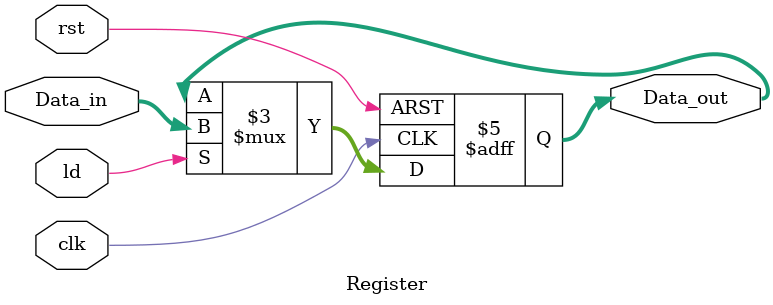
<source format=v>
module Register(Data_out, Data_in, ld, clk, rst);
	parameter N = 8;
	output reg [N-1:0]Data_out;
	input [N-1:0]Data_in;
	input ld;
	input clk, rst;
	
	always @(posedge clk, posedge rst)
	begin
		if(rst)
			Data_out <= 0;
		else if(ld)
			Data_out <= Data_in;
		else
			Data_out <= Data_out;
	end
endmodule
</source>
